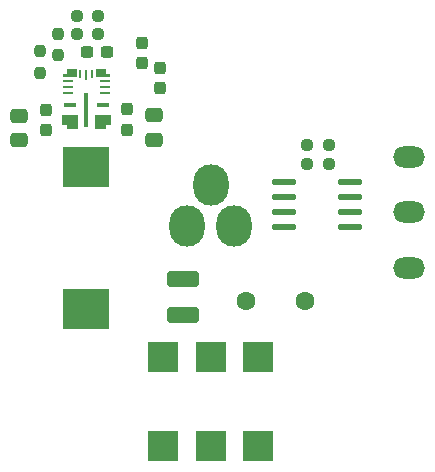
<source format=gts>
%TF.GenerationSoftware,KiCad,Pcbnew,9.0.6*%
%TF.CreationDate,2025-12-14T23:52:50+01:00*%
%TF.ProjectId,ledConnect,6c656443-6f6e-46e6-9563-742e6b696361,rev?*%
%TF.SameCoordinates,Original*%
%TF.FileFunction,Soldermask,Top*%
%TF.FilePolarity,Negative*%
%FSLAX46Y46*%
G04 Gerber Fmt 4.6, Leading zero omitted, Abs format (unit mm)*
G04 Created by KiCad (PCBNEW 9.0.6) date 2025-12-14 23:52:50*
%MOMM*%
%LPD*%
G01*
G04 APERTURE LIST*
G04 Aperture macros list*
%AMRoundRect*
0 Rectangle with rounded corners*
0 $1 Rounding radius*
0 $2 $3 $4 $5 $6 $7 $8 $9 X,Y pos of 4 corners*
0 Add a 4 corners polygon primitive as box body*
4,1,4,$2,$3,$4,$5,$6,$7,$8,$9,$2,$3,0*
0 Add four circle primitives for the rounded corners*
1,1,$1+$1,$2,$3*
1,1,$1+$1,$4,$5*
1,1,$1+$1,$6,$7*
1,1,$1+$1,$8,$9*
0 Add four rect primitives between the rounded corners*
20,1,$1+$1,$2,$3,$4,$5,0*
20,1,$1+$1,$4,$5,$6,$7,0*
20,1,$1+$1,$6,$7,$8,$9,0*
20,1,$1+$1,$8,$9,$2,$3,0*%
%AMFreePoly0*
4,1,17,0.635355,0.585355,0.650000,0.550000,0.650000,-0.550000,0.635355,-0.585355,0.600000,-0.600000,-0.600000,-0.600000,-0.635355,-0.585355,-0.650000,-0.550000,-0.650000,0.200000,-0.635355,0.235355,-0.600000,0.250000,-0.250000,0.250000,-0.250000,0.550000,-0.235355,0.585355,-0.200000,0.600000,0.600000,0.600000,0.635355,0.585355,0.635355,0.585355,$1*%
%AMFreePoly1*
4,1,17,0.585355,0.325355,0.600000,0.290000,0.600000,-0.310000,0.585355,-0.345355,0.550000,-0.360000,-0.200000,-0.360000,-0.235355,-0.345355,-0.250000,-0.310000,-0.250000,0.100000,-0.570000,0.100000,-0.605355,0.114645,-0.620000,0.150000,-0.620000,0.290000,-0.605355,0.325355,-0.570000,0.340000,0.550000,0.340000,0.585355,0.325355,0.585355,0.325355,$1*%
%AMFreePoly2*
4,1,17,0.605355,0.325355,0.620000,0.290000,0.620000,0.150000,0.605355,0.114645,0.570000,0.100000,0.250000,0.100000,0.250000,-0.310000,0.235355,-0.345355,0.200000,-0.360000,-0.550000,-0.360000,-0.585355,-0.345355,-0.600000,-0.310000,-0.600000,0.290000,-0.585355,0.325355,-0.550000,0.340000,0.570000,0.340000,0.605355,0.325355,0.605355,0.325355,$1*%
%AMFreePoly3*
4,1,17,0.235355,0.585355,0.250000,0.550000,0.250000,0.250000,0.600000,0.250000,0.635355,0.235355,0.650000,0.200000,0.650000,-0.550000,0.635355,-0.585355,0.600000,-0.600000,-0.600000,-0.600000,-0.635355,-0.585355,-0.650000,-0.550000,-0.650000,0.550000,-0.635355,0.585355,-0.600000,0.600000,0.200000,0.600000,0.235355,0.585355,0.235355,0.585355,$1*%
G04 Aperture macros list end*
%ADD10R,2.500000X2.500000*%
%ADD11RoundRect,0.250000X1.100000X-0.412500X1.100000X0.412500X-1.100000X0.412500X-1.100000X-0.412500X0*%
%ADD12RoundRect,0.237500X-0.237500X0.300000X-0.237500X-0.300000X0.237500X-0.300000X0.237500X0.300000X0*%
%ADD13RoundRect,0.237500X0.237500X-0.250000X0.237500X0.250000X-0.237500X0.250000X-0.237500X-0.250000X0*%
%ADD14FreePoly0,180.000000*%
%ADD15R,1.100000X0.400000*%
%ADD16R,0.850000X0.250000*%
%ADD17FreePoly1,180.000000*%
%ADD18R,0.250000X0.700000*%
%ADD19R,0.250000X0.850000*%
%ADD20FreePoly2,180.000000*%
%ADD21FreePoly3,180.000000*%
%ADD22R,0.400000X3.000000*%
%ADD23O,2.050000X0.590000*%
%ADD24RoundRect,0.237500X-0.250000X-0.237500X0.250000X-0.237500X0.250000X0.237500X-0.250000X0.237500X0*%
%ADD25R,4.000000X3.500000*%
%ADD26RoundRect,0.237500X0.237500X-0.300000X0.237500X0.300000X-0.237500X0.300000X-0.237500X-0.300000X0*%
%ADD27RoundRect,0.250000X-0.475000X0.337500X-0.475000X-0.337500X0.475000X-0.337500X0.475000X0.337500X0*%
%ADD28O,2.700000X1.800000*%
%ADD29C,1.600000*%
%ADD30RoundRect,0.237500X0.300000X0.237500X-0.300000X0.237500X-0.300000X-0.237500X0.300000X-0.237500X0*%
%ADD31RoundRect,0.237500X0.250000X0.237500X-0.250000X0.237500X-0.250000X-0.237500X0.250000X-0.237500X0*%
%ADD32O,3.000000X3.500000*%
G04 APERTURE END LIST*
D10*
%TO.C,TP6*%
X156810000Y-112500000D03*
%TD*%
D11*
%TO.C,Cout1*%
X150482500Y-101452500D03*
X150482500Y-98327500D03*
%TD*%
D12*
%TO.C,Cinx1*%
X145732500Y-84007500D03*
X145732500Y-85732500D03*
%TD*%
D10*
%TO.C,TP3*%
X148810000Y-112500000D03*
%TD*%
D13*
%TO.C,Rt1*%
X139882500Y-79432500D03*
X139882500Y-77607500D03*
%TD*%
D12*
%TO.C,Cinx2*%
X138852500Y-84037500D03*
X138852500Y-85762500D03*
%TD*%
D14*
%TO.C,U2*%
X143662500Y-85030000D03*
D15*
X143702500Y-83670000D03*
D16*
X143832500Y-82600000D03*
X143832500Y-82100000D03*
X143832500Y-81600000D03*
D17*
X143682500Y-80950000D03*
D18*
X142782500Y-81000000D03*
D19*
X142282500Y-81070000D03*
D18*
X141782500Y-81000000D03*
D20*
X140882500Y-80950000D03*
D16*
X140732500Y-81600000D03*
X140732500Y-82100000D03*
X140732500Y-82600000D03*
D15*
X140862500Y-83670000D03*
D21*
X140912500Y-85030000D03*
D22*
X142282500Y-84080000D03*
%TD*%
D23*
%TO.C,Q1*%
X164582500Y-93937500D03*
X164582500Y-92657500D03*
X164582500Y-91397500D03*
X164582500Y-90127500D03*
X159042500Y-90127500D03*
X159042500Y-91397500D03*
X159042500Y-92657500D03*
X159042500Y-93937500D03*
%TD*%
D24*
%TO.C,R1*%
X161000000Y-88600000D03*
X162825000Y-88600000D03*
%TD*%
D25*
%TO.C,L1*%
X142282500Y-88920000D03*
X142282500Y-100920000D03*
%TD*%
D10*
%TO.C,TP5*%
X152810000Y-105000000D03*
%TD*%
D26*
%TO.C,Cbias1*%
X146982500Y-80082500D03*
X146982500Y-78357500D03*
%TD*%
D27*
%TO.C,Cin2*%
X136572500Y-84532500D03*
X136572500Y-86607500D03*
%TD*%
D26*
%TO.C,Cboot1*%
X148482500Y-82182500D03*
X148482500Y-80457500D03*
%TD*%
D28*
%TO.C,SW1*%
X169612500Y-88000000D03*
X169612500Y-92700000D03*
X169612500Y-97400000D03*
%TD*%
D13*
%TO.C,Rreset1*%
X138382500Y-80912500D03*
X138382500Y-79087500D03*
%TD*%
D10*
%TO.C,TP2*%
X152800000Y-112500000D03*
%TD*%
%TO.C,TP4*%
X156810000Y-105000000D03*
%TD*%
D29*
%TO.C,C1*%
X155832500Y-100200000D03*
X160832500Y-100200000D03*
%TD*%
D27*
%TO.C,Cin1*%
X147982500Y-84482500D03*
X147982500Y-86557500D03*
%TD*%
D30*
%TO.C,Cvcc1*%
X144045000Y-79120000D03*
X142320000Y-79120000D03*
%TD*%
D31*
%TO.C,R2*%
X162825000Y-87000000D03*
X161000000Y-87000000D03*
%TD*%
D24*
%TO.C,Rfbb1*%
X141457500Y-77620000D03*
X143282500Y-77620000D03*
%TD*%
D10*
%TO.C,TP1*%
X148810000Y-105000000D03*
%TD*%
D31*
%TO.C,Rfbt1*%
X143295000Y-76120000D03*
X141470000Y-76120000D03*
%TD*%
D32*
%TO.C,U1*%
X150812500Y-93900000D03*
X152812500Y-90440000D03*
X154812500Y-93900000D03*
%TD*%
M02*

</source>
